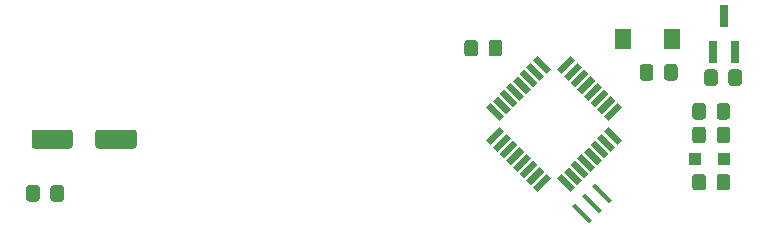
<source format=gbr>
%TF.GenerationSoftware,KiCad,Pcbnew,(5.1.6)-1*%
%TF.CreationDate,2021-03-14T22:57:35+01:00*%
%TF.ProjectId,soil-moisture-sensor,736f696c-2d6d-46f6-9973-747572652d73,1.0*%
%TF.SameCoordinates,Original*%
%TF.FileFunction,Paste,Bot*%
%TF.FilePolarity,Positive*%
%FSLAX46Y46*%
G04 Gerber Fmt 4.6, Leading zero omitted, Abs format (unit mm)*
G04 Created by KiCad (PCBNEW (5.1.6)-1) date 2021-03-14 22:57:35*
%MOMM*%
%LPD*%
G01*
G04 APERTURE LIST*
%ADD10C,0.100000*%
%ADD11R,1.350000X1.800000*%
%ADD12R,1.000000X1.000000*%
%ADD13R,0.800000X1.900000*%
G04 APERTURE END LIST*
D10*
%TO.C,Y1*%
G36*
X116114213Y-120900000D02*
G01*
X114700000Y-119485787D01*
X114982843Y-119202944D01*
X116397056Y-120617157D01*
X116114213Y-120900000D01*
G37*
G36*
X114417157Y-122597056D02*
G01*
X113002944Y-121182843D01*
X113285787Y-120900000D01*
X114700000Y-122314213D01*
X114417157Y-122597056D01*
G37*
G36*
X115265685Y-121748528D02*
G01*
X113851472Y-120334315D01*
X114134315Y-120051472D01*
X115548528Y-121465685D01*
X115265685Y-121748528D01*
G37*
%TD*%
D11*
%TO.C,SW1*%
X121475000Y-107000000D03*
X117325000Y-107000000D03*
%TD*%
%TO.C,C2*%
G36*
G01*
X125250000Y-115600001D02*
X125250000Y-114699999D01*
G75*
G02*
X125499999Y-114450000I249999J0D01*
G01*
X126150001Y-114450000D01*
G75*
G02*
X126400000Y-114699999I0J-249999D01*
G01*
X126400000Y-115600001D01*
G75*
G02*
X126150001Y-115850000I-249999J0D01*
G01*
X125499999Y-115850000D01*
G75*
G02*
X125250000Y-115600001I0J249999D01*
G01*
G37*
G36*
G01*
X123200000Y-115600001D02*
X123200000Y-114699999D01*
G75*
G02*
X123449999Y-114450000I249999J0D01*
G01*
X124100001Y-114450000D01*
G75*
G02*
X124350000Y-114699999I0J-249999D01*
G01*
X124350000Y-115600001D01*
G75*
G02*
X124100001Y-115850000I-249999J0D01*
G01*
X123449999Y-115850000D01*
G75*
G02*
X123200000Y-115600001I0J249999D01*
G01*
G37*
%TD*%
%TO.C,C4*%
G36*
G01*
X67950000Y-119649999D02*
X67950000Y-120550001D01*
G75*
G02*
X67700001Y-120800000I-249999J0D01*
G01*
X67049999Y-120800000D01*
G75*
G02*
X66800000Y-120550001I0J249999D01*
G01*
X66800000Y-119649999D01*
G75*
G02*
X67049999Y-119400000I249999J0D01*
G01*
X67700001Y-119400000D01*
G75*
G02*
X67950000Y-119649999I0J-249999D01*
G01*
G37*
G36*
G01*
X70000000Y-119649999D02*
X70000000Y-120550001D01*
G75*
G02*
X69750001Y-120800000I-249999J0D01*
G01*
X69099999Y-120800000D01*
G75*
G02*
X68850000Y-120550001I0J249999D01*
G01*
X68850000Y-119649999D01*
G75*
G02*
X69099999Y-119400000I249999J0D01*
G01*
X69750001Y-119400000D01*
G75*
G02*
X70000000Y-119649999I0J-249999D01*
G01*
G37*
%TD*%
%TO.C,R1*%
G36*
G01*
X124350000Y-118699999D02*
X124350000Y-119600001D01*
G75*
G02*
X124100001Y-119850000I-249999J0D01*
G01*
X123449999Y-119850000D01*
G75*
G02*
X123200000Y-119600001I0J249999D01*
G01*
X123200000Y-118699999D01*
G75*
G02*
X123449999Y-118450000I249999J0D01*
G01*
X124100001Y-118450000D01*
G75*
G02*
X124350000Y-118699999I0J-249999D01*
G01*
G37*
G36*
G01*
X126400000Y-118699999D02*
X126400000Y-119600001D01*
G75*
G02*
X126150001Y-119850000I-249999J0D01*
G01*
X125499999Y-119850000D01*
G75*
G02*
X125250000Y-119600001I0J249999D01*
G01*
X125250000Y-118699999D01*
G75*
G02*
X125499999Y-118450000I249999J0D01*
G01*
X126150001Y-118450000D01*
G75*
G02*
X126400000Y-118699999I0J-249999D01*
G01*
G37*
%TD*%
%TO.C,R2*%
G36*
G01*
X124350000Y-112699999D02*
X124350000Y-113600001D01*
G75*
G02*
X124100001Y-113850000I-249999J0D01*
G01*
X123449999Y-113850000D01*
G75*
G02*
X123200000Y-113600001I0J249999D01*
G01*
X123200000Y-112699999D01*
G75*
G02*
X123449999Y-112450000I249999J0D01*
G01*
X124100001Y-112450000D01*
G75*
G02*
X124350000Y-112699999I0J-249999D01*
G01*
G37*
G36*
G01*
X126400000Y-112699999D02*
X126400000Y-113600001D01*
G75*
G02*
X126150001Y-113850000I-249999J0D01*
G01*
X125499999Y-113850000D01*
G75*
G02*
X125250000Y-113600001I0J249999D01*
G01*
X125250000Y-112699999D01*
G75*
G02*
X125499999Y-112450000I249999J0D01*
G01*
X126150001Y-112450000D01*
G75*
G02*
X126400000Y-112699999I0J-249999D01*
G01*
G37*
%TD*%
%TO.C,R3*%
G36*
G01*
X120800000Y-110300001D02*
X120800000Y-109399999D01*
G75*
G02*
X121049999Y-109150000I249999J0D01*
G01*
X121700001Y-109150000D01*
G75*
G02*
X121950000Y-109399999I0J-249999D01*
G01*
X121950000Y-110300001D01*
G75*
G02*
X121700001Y-110550000I-249999J0D01*
G01*
X121049999Y-110550000D01*
G75*
G02*
X120800000Y-110300001I0J249999D01*
G01*
G37*
G36*
G01*
X118750000Y-110300001D02*
X118750000Y-109399999D01*
G75*
G02*
X118999999Y-109150000I249999J0D01*
G01*
X119650001Y-109150000D01*
G75*
G02*
X119900000Y-109399999I0J-249999D01*
G01*
X119900000Y-110300001D01*
G75*
G02*
X119650001Y-110550000I-249999J0D01*
G01*
X118999999Y-110550000D01*
G75*
G02*
X118750000Y-110300001I0J249999D01*
G01*
G37*
%TD*%
D10*
%TO.C,U1*%
G36*
X116113872Y-113934835D02*
G01*
X115724963Y-113545926D01*
X116856334Y-112414555D01*
X117245243Y-112803464D01*
X116113872Y-113934835D01*
G37*
G36*
X115548186Y-113369150D02*
G01*
X115159277Y-112980241D01*
X116290648Y-111848870D01*
X116679557Y-112237779D01*
X115548186Y-113369150D01*
G37*
G36*
X114982501Y-112803464D02*
G01*
X114593592Y-112414555D01*
X115724963Y-111283184D01*
X116113872Y-111672093D01*
X114982501Y-112803464D01*
G37*
G36*
X114416816Y-112237779D02*
G01*
X114027907Y-111848870D01*
X115159278Y-110717499D01*
X115548187Y-111106408D01*
X114416816Y-112237779D01*
G37*
G36*
X113851130Y-111672093D02*
G01*
X113462221Y-111283184D01*
X114593592Y-110151813D01*
X114982501Y-110540722D01*
X113851130Y-111672093D01*
G37*
G36*
X113285445Y-111106408D02*
G01*
X112896536Y-110717499D01*
X114027907Y-109586128D01*
X114416816Y-109975037D01*
X113285445Y-111106408D01*
G37*
G36*
X112719759Y-110540723D02*
G01*
X112330850Y-110151814D01*
X113462221Y-109020443D01*
X113851130Y-109409352D01*
X112719759Y-110540723D01*
G37*
G36*
X112154074Y-109975037D02*
G01*
X111765165Y-109586128D01*
X112896536Y-108454757D01*
X113285445Y-108843666D01*
X112154074Y-109975037D01*
G37*
G36*
X111234835Y-109586128D02*
G01*
X110845926Y-109975037D01*
X109714555Y-108843666D01*
X110103464Y-108454757D01*
X111234835Y-109586128D01*
G37*
G36*
X110669150Y-110151814D02*
G01*
X110280241Y-110540723D01*
X109148870Y-109409352D01*
X109537779Y-109020443D01*
X110669150Y-110151814D01*
G37*
G36*
X110103464Y-110717499D02*
G01*
X109714555Y-111106408D01*
X108583184Y-109975037D01*
X108972093Y-109586128D01*
X110103464Y-110717499D01*
G37*
G36*
X109537779Y-111283184D02*
G01*
X109148870Y-111672093D01*
X108017499Y-110540722D01*
X108406408Y-110151813D01*
X109537779Y-111283184D01*
G37*
G36*
X108972093Y-111848870D02*
G01*
X108583184Y-112237779D01*
X107451813Y-111106408D01*
X107840722Y-110717499D01*
X108972093Y-111848870D01*
G37*
G36*
X108406408Y-112414555D02*
G01*
X108017499Y-112803464D01*
X106886128Y-111672093D01*
X107275037Y-111283184D01*
X108406408Y-112414555D01*
G37*
G36*
X107840723Y-112980241D02*
G01*
X107451814Y-113369150D01*
X106320443Y-112237779D01*
X106709352Y-111848870D01*
X107840723Y-112980241D01*
G37*
G36*
X107275037Y-113545926D02*
G01*
X106886128Y-113934835D01*
X105754757Y-112803464D01*
X106143666Y-112414555D01*
X107275037Y-113545926D01*
G37*
G36*
X106143666Y-115985445D02*
G01*
X105754757Y-115596536D01*
X106886128Y-114465165D01*
X107275037Y-114854074D01*
X106143666Y-115985445D01*
G37*
G36*
X106709352Y-116551130D02*
G01*
X106320443Y-116162221D01*
X107451814Y-115030850D01*
X107840723Y-115419759D01*
X106709352Y-116551130D01*
G37*
G36*
X107275037Y-117116816D02*
G01*
X106886128Y-116727907D01*
X108017499Y-115596536D01*
X108406408Y-115985445D01*
X107275037Y-117116816D01*
G37*
G36*
X107840722Y-117682501D02*
G01*
X107451813Y-117293592D01*
X108583184Y-116162221D01*
X108972093Y-116551130D01*
X107840722Y-117682501D01*
G37*
G36*
X108406408Y-118248187D02*
G01*
X108017499Y-117859278D01*
X109148870Y-116727907D01*
X109537779Y-117116816D01*
X108406408Y-118248187D01*
G37*
G36*
X108972093Y-118813872D02*
G01*
X108583184Y-118424963D01*
X109714555Y-117293592D01*
X110103464Y-117682501D01*
X108972093Y-118813872D01*
G37*
G36*
X109537779Y-119379557D02*
G01*
X109148870Y-118990648D01*
X110280241Y-117859277D01*
X110669150Y-118248186D01*
X109537779Y-119379557D01*
G37*
G36*
X110103464Y-119945243D02*
G01*
X109714555Y-119556334D01*
X110845926Y-118424963D01*
X111234835Y-118813872D01*
X110103464Y-119945243D01*
G37*
G36*
X113285445Y-119556334D02*
G01*
X112896536Y-119945243D01*
X111765165Y-118813872D01*
X112154074Y-118424963D01*
X113285445Y-119556334D01*
G37*
G36*
X113851130Y-118990648D02*
G01*
X113462221Y-119379557D01*
X112330850Y-118248186D01*
X112719759Y-117859277D01*
X113851130Y-118990648D01*
G37*
G36*
X114416816Y-118424963D02*
G01*
X114027907Y-118813872D01*
X112896536Y-117682501D01*
X113285445Y-117293592D01*
X114416816Y-118424963D01*
G37*
G36*
X114982501Y-117859278D02*
G01*
X114593592Y-118248187D01*
X113462221Y-117116816D01*
X113851130Y-116727907D01*
X114982501Y-117859278D01*
G37*
G36*
X115548187Y-117293592D02*
G01*
X115159278Y-117682501D01*
X114027907Y-116551130D01*
X114416816Y-116162221D01*
X115548187Y-117293592D01*
G37*
G36*
X116113872Y-116727907D02*
G01*
X115724963Y-117116816D01*
X114593592Y-115985445D01*
X114982501Y-115596536D01*
X116113872Y-116727907D01*
G37*
G36*
X116679557Y-116162221D02*
G01*
X116290648Y-116551130D01*
X115159277Y-115419759D01*
X115548186Y-115030850D01*
X116679557Y-116162221D01*
G37*
G36*
X117245243Y-115596536D02*
G01*
X116856334Y-115985445D01*
X115724963Y-114854074D01*
X116113872Y-114465165D01*
X117245243Y-115596536D01*
G37*
%TD*%
D12*
%TO.C,D1*%
X125900000Y-117150000D03*
X123400000Y-117150000D03*
%TD*%
D13*
%TO.C,U3*%
X125900000Y-105100000D03*
X124950000Y-108100000D03*
X126850000Y-108100000D03*
%TD*%
%TO.C,R4*%
G36*
G01*
X125350000Y-109849999D02*
X125350000Y-110750001D01*
G75*
G02*
X125100001Y-111000000I-249999J0D01*
G01*
X124449999Y-111000000D01*
G75*
G02*
X124200000Y-110750001I0J249999D01*
G01*
X124200000Y-109849999D01*
G75*
G02*
X124449999Y-109600000I249999J0D01*
G01*
X125100001Y-109600000D01*
G75*
G02*
X125350000Y-109849999I0J-249999D01*
G01*
G37*
G36*
G01*
X127400000Y-109849999D02*
X127400000Y-110750001D01*
G75*
G02*
X127150001Y-111000000I-249999J0D01*
G01*
X126499999Y-111000000D01*
G75*
G02*
X126250000Y-110750001I0J249999D01*
G01*
X126250000Y-109849999D01*
G75*
G02*
X126499999Y-109600000I249999J0D01*
G01*
X127150001Y-109600000D01*
G75*
G02*
X127400000Y-109849999I0J-249999D01*
G01*
G37*
%TD*%
%TO.C,C1*%
G36*
G01*
X105050000Y-107349999D02*
X105050000Y-108250001D01*
G75*
G02*
X104800001Y-108500000I-249999J0D01*
G01*
X104149999Y-108500000D01*
G75*
G02*
X103900000Y-108250001I0J249999D01*
G01*
X103900000Y-107349999D01*
G75*
G02*
X104149999Y-107100000I249999J0D01*
G01*
X104800001Y-107100000D01*
G75*
G02*
X105050000Y-107349999I0J-249999D01*
G01*
G37*
G36*
G01*
X107100000Y-107349999D02*
X107100000Y-108250001D01*
G75*
G02*
X106850001Y-108500000I-249999J0D01*
G01*
X106199999Y-108500000D01*
G75*
G02*
X105950000Y-108250001I0J249999D01*
G01*
X105950000Y-107349999D01*
G75*
G02*
X106199999Y-107100000I249999J0D01*
G01*
X106850001Y-107100000D01*
G75*
G02*
X107100000Y-107349999I0J-249999D01*
G01*
G37*
%TD*%
%TO.C,C3*%
G36*
G01*
X72650000Y-116050000D02*
X72650000Y-114950000D01*
G75*
G02*
X72900000Y-114700000I250000J0D01*
G01*
X75900000Y-114700000D01*
G75*
G02*
X76150000Y-114950000I0J-250000D01*
G01*
X76150000Y-116050000D01*
G75*
G02*
X75900000Y-116300000I-250000J0D01*
G01*
X72900000Y-116300000D01*
G75*
G02*
X72650000Y-116050000I0J250000D01*
G01*
G37*
G36*
G01*
X67250000Y-116050000D02*
X67250000Y-114950000D01*
G75*
G02*
X67500000Y-114700000I250000J0D01*
G01*
X70500000Y-114700000D01*
G75*
G02*
X70750000Y-114950000I0J-250000D01*
G01*
X70750000Y-116050000D01*
G75*
G02*
X70500000Y-116300000I-250000J0D01*
G01*
X67500000Y-116300000D01*
G75*
G02*
X67250000Y-116050000I0J250000D01*
G01*
G37*
%TD*%
M02*

</source>
